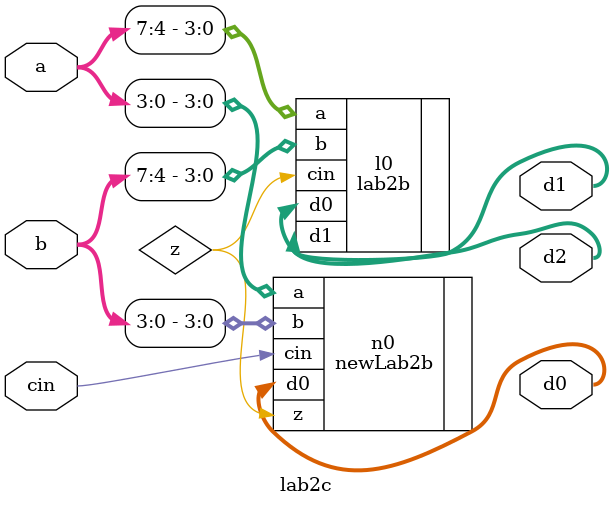
<source format=v>
module lab2c(cin,a,b,d2,d1,d0);
input cin;
input [7:0] a,b;
output [6:0] d2,d1,d0;

wire z;

newLab2b n0(.cin(cin),.a(a[3:0]),.b(b[3:0]),.d0(d0),.z(z));

lab2b l0(.cin(z),.a(a[7:4]),.b(b[7:4]),.d0(d1),.d1(d2));

endmodule
</source>
